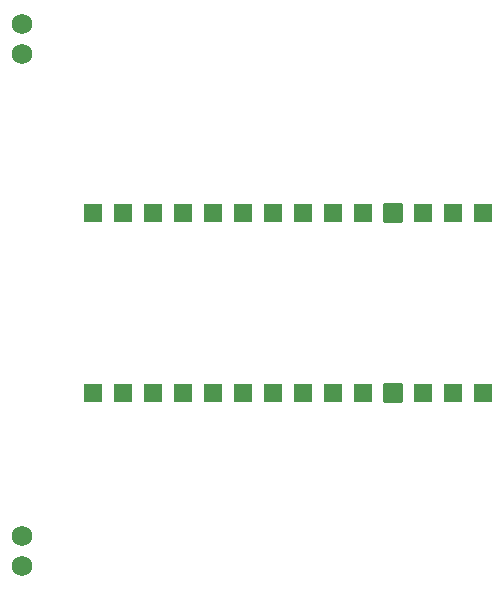
<source format=gts>
G04 Layer: TopSolderMaskLayer*
G04 EasyEDA v6.5.37, 2023-10-24 23:36:19*
G04 78d52bff66364ecaa542ea5132882577,2d72dfcb43d4463a83f972036e7af0db,10*
G04 Gerber Generator version 0.2*
G04 Scale: 100 percent, Rotated: No, Reflected: No *
G04 Dimensions in millimeters *
G04 leading zeros omitted , absolute positions ,4 integer and 5 decimal *
%FSLAX45Y45*%
%MOMM*%

%AMMACRO1*1,1,$1,$2,$3*1,1,$1,$4,$5*1,1,$1,0-$2,0-$3*1,1,$1,0-$4,0-$5*20,1,$1,$2,$3,$4,$5,0*20,1,$1,$4,$5,0-$2,0-$3,0*20,1,$1,0-$2,0-$3,0-$4,0-$5,0*20,1,$1,0-$4,0-$5,$2,$3,0*4,1,4,$2,$3,$4,$5,0-$2,0-$3,0-$4,0-$5,$2,$3,0*%
%ADD10C,1.7526*%
%ADD11R,1.6256X1.6256*%
%ADD12MACRO1,0.1016X-0.762X-0.762X-0.762X0.762*%

%LPD*%
D10*
G01*
X596900Y5067300D03*
G01*
X596900Y4813300D03*
G01*
X596900Y482600D03*
G01*
X596900Y736600D03*
D11*
G01*
X1193800Y1943100D03*
G01*
X1447800Y1943100D03*
G01*
X1701800Y1943100D03*
G01*
X1955800Y1943100D03*
G01*
X2209800Y1943100D03*
G01*
X2463800Y1943100D03*
G01*
X2717800Y1943100D03*
G01*
X2971800Y1943100D03*
G01*
X3225800Y1943100D03*
G01*
X3479800Y1943100D03*
D12*
G01*
X3733784Y1943100D03*
D11*
G01*
X3987800Y1943100D03*
G01*
X4241800Y1943100D03*
G01*
X4495800Y1943100D03*
G01*
X4495800Y3467100D03*
G01*
X4241800Y3467100D03*
G01*
X3987800Y3467100D03*
D12*
G01*
X3733784Y3467097D03*
D11*
G01*
X3479800Y3467100D03*
G01*
X3225800Y3467100D03*
G01*
X2971800Y3467100D03*
G01*
X2717800Y3467100D03*
G01*
X2463800Y3467100D03*
G01*
X2209800Y3467100D03*
G01*
X1955800Y3467100D03*
G01*
X1701800Y3467100D03*
G01*
X1447800Y3467100D03*
G01*
X1193800Y3467100D03*
M02*

</source>
